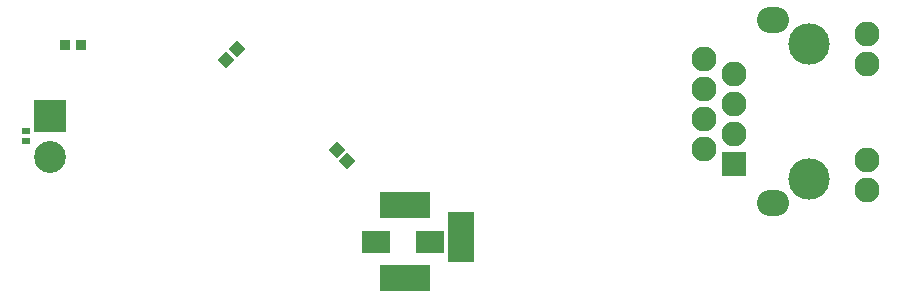
<source format=gbs>
G04*
G04 #@! TF.GenerationSoftware,Altium Limited,Altium Designer,18.1.9 (240)*
G04*
G04 Layer_Color=16711935*
%FSLAX25Y25*%
%MOIN*%
G70*
G01*
G75*
%ADD46R,0.02769X0.02375*%
%ADD62R,0.08300X0.08300*%
%ADD63C,0.08300*%
%ADD64O,0.10643X0.08674*%
%ADD65C,0.13800*%
%ADD66R,0.10642X0.10642*%
%ADD67C,0.10642*%
%ADD68R,0.16548X0.08674*%
%ADD69R,0.08674X0.16548*%
%ADD84R,0.03800X0.03800*%
%ADD85R,0.09461X0.07690*%
%ADD86P,0.05374X4X270.0*%
%ADD87P,0.05374X4X360.0*%
D46*
X288100Y209271D02*
D03*
Y205925D02*
D03*
D62*
X524200Y198100D02*
D03*
D63*
X514200Y203100D02*
D03*
X524200Y208100D02*
D03*
X514200Y213100D02*
D03*
X524200Y218100D02*
D03*
X514200Y223100D02*
D03*
X524200Y228100D02*
D03*
X514200Y233100D02*
D03*
X568491Y189517D02*
D03*
Y199517D02*
D03*
Y231682D02*
D03*
Y241682D02*
D03*
D64*
X537192Y185304D02*
D03*
Y246249D02*
D03*
D65*
X549200Y193100D02*
D03*
Y238100D02*
D03*
D66*
X296100Y214411D02*
D03*
D67*
Y200631D02*
D03*
D68*
X414600Y184709D02*
D03*
Y160300D02*
D03*
D69*
X433104Y174080D02*
D03*
D84*
X301341Y237962D02*
D03*
X306459D02*
D03*
D85*
X404745Y172200D02*
D03*
X422855D02*
D03*
D86*
X354981Y232981D02*
D03*
X358600Y236600D02*
D03*
D87*
X395395Y199381D02*
D03*
X391776Y203000D02*
D03*
M02*

</source>
